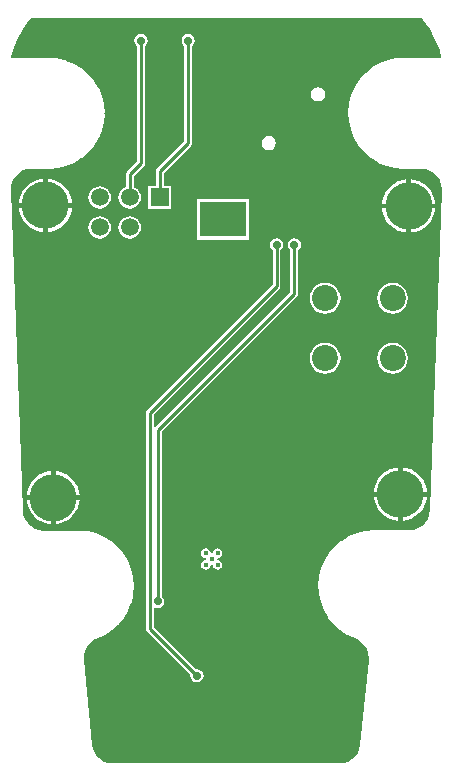
<source format=gbl>
G04*
G04 #@! TF.GenerationSoftware,Altium Limited,Altium Designer,25.2.1 (25)*
G04*
G04 Layer_Physical_Order=2*
G04 Layer_Color=16711680*
%FSLAX44Y44*%
%MOMM*%
G71*
G04*
G04 #@! TF.SameCoordinates,8C29F912-5D16-4966-89D4-FD56EA257BD5*
G04*
G04*
G04 #@! TF.FilePolarity,Positive*
G04*
G01*
G75*
%ADD16C,0.2540*%
%ADD70C,4.0000*%
%ADD71R,4.0000X3.0000*%
%ADD72C,2.2000*%
%ADD73C,1.5000*%
%ADD74R,1.5000X1.5000*%
%ADD75C,0.7000*%
%ADD76C,0.4000*%
G36*
X279277Y624314D02*
X284779Y616094D01*
X289404Y607352D01*
X293104Y598179D01*
X294603Y592972D01*
X293839Y591957D01*
X264091D01*
X264029Y591945D01*
X263967Y591954D01*
X256957Y591629D01*
X256749Y591578D01*
X256536Y591576D01*
X249664Y590148D01*
X249468Y590064D01*
X249257Y590029D01*
X242698Y587531D01*
X242517Y587418D01*
X242315Y587349D01*
X236233Y583847D01*
X236072Y583707D01*
X235883Y583607D01*
X230431Y579187D01*
X230295Y579023D01*
X230124Y578895D01*
X225439Y573669D01*
X225330Y573485D01*
X225182Y573331D01*
X221383Y567431D01*
X221304Y567232D01*
X221182Y567057D01*
X218362Y560630D01*
X218316Y560421D01*
X218223Y560229D01*
X216455Y553438D01*
X216443Y553224D01*
X216381Y553020D01*
X215709Y546034D01*
X215731Y545821D01*
X215702Y545609D01*
X216143Y538605D01*
X216197Y538399D01*
X216203Y538185D01*
X217745Y531339D01*
X217832Y531143D01*
X217871Y530933D01*
X220476Y524416D01*
X220592Y524237D01*
X220664Y524036D01*
X224267Y518013D01*
X224410Y517854D01*
X224513Y517667D01*
X229022Y512290D01*
X229189Y512156D01*
X229320Y511987D01*
X234622Y507389D01*
X234808Y507283D01*
X234964Y507137D01*
X240926Y503436D01*
X241126Y503361D01*
X241303Y503242D01*
X247776Y500529D01*
X247986Y500486D01*
X248180Y500396D01*
X255000Y498741D01*
X255213Y498732D01*
X255418Y498674D01*
X262415Y498118D01*
X262521Y498130D01*
X262627Y498110D01*
X277611D01*
X281613Y497658D01*
X285271Y496379D01*
X288552Y494316D01*
X291293Y491576D01*
X293354Y488295D01*
X294634Y484637D01*
X295082Y480661D01*
X295072Y480112D01*
X284904Y208803D01*
X284328Y204914D01*
X282974Y201381D01*
X280884Y198227D01*
X278160Y195602D01*
X274929Y193632D01*
X271348Y192411D01*
X267440Y191981D01*
X237481D01*
X237378Y191961D01*
X237273Y191973D01*
X230399Y191438D01*
X230197Y191381D01*
X229988Y191374D01*
X223279Y189780D01*
X223089Y189693D01*
X222883Y189653D01*
X216502Y187040D01*
X216328Y186925D01*
X216131Y186854D01*
X210231Y183284D01*
X210077Y183143D01*
X209893Y183042D01*
X204617Y178603D01*
X204487Y178439D01*
X204321Y178311D01*
X199796Y173108D01*
X199692Y172927D01*
X199548Y172775D01*
X195883Y166934D01*
X195809Y166738D01*
X195690Y166566D01*
X192974Y160228D01*
X192930Y160023D01*
X192840Y159835D01*
X191137Y153152D01*
X191126Y152943D01*
X191066Y152743D01*
X190419Y145878D01*
X190440Y145670D01*
X190412Y145463D01*
X190835Y138580D01*
X190888Y138378D01*
X190893Y138169D01*
X192376Y131435D01*
X192460Y131243D01*
X192497Y131037D01*
X195005Y124614D01*
X195118Y124437D01*
X195186Y124240D01*
X198658Y118282D01*
X198797Y118125D01*
X198895Y117940D01*
X203248Y112593D01*
X203409Y112459D01*
X203534Y112292D01*
X208662Y107682D01*
X208842Y107575D01*
X208992Y107429D01*
X214772Y103669D01*
X214966Y103592D01*
X215137Y103470D01*
X221399Y100664D01*
X224806Y99036D01*
X227619Y96896D01*
X229939Y94229D01*
X231669Y91147D01*
X232736Y87778D01*
X233104Y84191D01*
X233021Y82501D01*
X225928Y10391D01*
X225166Y6693D01*
X223705Y3364D01*
X221581Y414D01*
X218888Y-2027D01*
X215744Y-3852D01*
X212288Y-4980D01*
X208533Y-5377D01*
X16429D01*
X12673Y-4980D01*
X9218Y-3852D01*
X6074Y-2027D01*
X3381Y414D01*
X1257Y3364D01*
X-204Y6693D01*
X-966Y10391D01*
X-8052Y82427D01*
X-8004Y86388D01*
X-7123Y90098D01*
X-5451Y93525D01*
X-3070Y96503D01*
X-94Y98887D01*
X3557Y100672D01*
X9703Y103424D01*
X9871Y103544D01*
X10063Y103620D01*
X15754Y107302D01*
X15902Y107446D01*
X16080Y107550D01*
X21142Y112059D01*
X21266Y112224D01*
X21426Y112354D01*
X25741Y117583D01*
X25838Y117764D01*
X25977Y117918D01*
X29442Y123744D01*
X29511Y123938D01*
X29624Y124111D01*
X32159Y130398D01*
X32197Y130601D01*
X32282Y130789D01*
X33827Y137389D01*
X33834Y137596D01*
X33890Y137794D01*
X34409Y144553D01*
X34384Y144760D01*
X34409Y144968D01*
X33863Y151892D01*
X33806Y152095D01*
X33798Y152306D01*
X32177Y159059D01*
X32088Y159251D01*
X32047Y159459D01*
X29389Y165875D01*
X29272Y166051D01*
X29198Y166250D01*
X25570Y172171D01*
X25426Y172327D01*
X25323Y172511D01*
X20812Y177792D01*
X20646Y177923D01*
X20515Y178089D01*
X15234Y182600D01*
X15050Y182703D01*
X14894Y182847D01*
X8973Y186475D01*
X8774Y186548D01*
X8598Y186666D01*
X2182Y189324D01*
X1975Y189365D01*
X1783Y189454D01*
X-4971Y191075D01*
X-5182Y191083D01*
X-5386Y191141D01*
X-12309Y191685D01*
X-12415Y191673D01*
X-12519Y191694D01*
X-42333D01*
X-46241Y192123D01*
X-49822Y193345D01*
X-53052Y195315D01*
X-55777Y197939D01*
X-57867Y201094D01*
X-59221Y204627D01*
X-59797Y208516D01*
X-69964Y480005D01*
X-69736Y483607D01*
X-68830Y486961D01*
X-67272Y490065D01*
X-65125Y492797D01*
X-62476Y495044D01*
X-59431Y496717D01*
X-56114Y497749D01*
X-52523Y498111D01*
X-37532D01*
X-37428Y498132D01*
X-37322Y498120D01*
X-30398Y498665D01*
X-30195Y498722D01*
X-29984Y498731D01*
X-23231Y500351D01*
X-23038Y500440D01*
X-22831Y500481D01*
X-16414Y503139D01*
X-16239Y503257D01*
X-16040Y503330D01*
X-10119Y506959D01*
X-9964Y507102D01*
X-9779Y507205D01*
X-4498Y511716D01*
X-4367Y511882D01*
X-4201Y512013D01*
X310Y517294D01*
X413Y517478D01*
X556Y517634D01*
X4185Y523555D01*
X4259Y523754D01*
X4376Y523930D01*
X7034Y530346D01*
X7075Y530554D01*
X7164Y530746D01*
X8785Y537499D01*
X8793Y537710D01*
X8850Y537914D01*
X9396Y544837D01*
X9371Y545047D01*
X9396Y545257D01*
X8850Y552182D01*
X8793Y552385D01*
X8785Y552596D01*
X7164Y559349D01*
X7075Y559541D01*
X7034Y559749D01*
X4376Y566165D01*
X4259Y566341D01*
X4185Y566539D01*
X556Y572461D01*
X413Y572616D01*
X310Y572801D01*
X-4201Y578082D01*
X-4367Y578213D01*
X-4498Y578379D01*
X-9779Y582890D01*
X-9964Y582993D01*
X-10119Y583136D01*
X-16040Y586765D01*
X-16239Y586838D01*
X-16414Y586956D01*
X-22831Y589613D01*
X-23038Y589655D01*
X-23230Y589743D01*
X-29984Y591365D01*
X-30195Y591373D01*
X-30399Y591431D01*
X-37322Y591975D01*
X-37451Y591960D01*
X-37578Y591983D01*
X-39085Y591957D01*
X-68810D01*
X-69574Y592972D01*
X-68076Y598179D01*
X-64376Y607352D01*
X-59750Y616094D01*
X-54248Y624314D01*
X-53160Y625624D01*
X-53118Y625628D01*
X278185D01*
X279277Y624314D01*
D02*
G37*
%LPC*%
G36*
X190164Y567279D02*
X187823Y566814D01*
X185838Y565488D01*
X184512Y563503D01*
X184046Y561162D01*
X184512Y558821D01*
X185838Y556836D01*
X187823Y555510D01*
X190164Y555044D01*
X192505Y555510D01*
X194490Y556836D01*
X195816Y558821D01*
X196282Y561162D01*
X195816Y563503D01*
X194490Y565488D01*
X192505Y566814D01*
X190164Y567279D01*
D02*
G37*
G36*
X148508Y525877D02*
X146167Y525412D01*
X144182Y524086D01*
X142856Y522101D01*
X142390Y519760D01*
X142856Y517419D01*
X144182Y515434D01*
X146167Y514108D01*
X148508Y513642D01*
X150849Y514108D01*
X152834Y515434D01*
X154160Y517419D01*
X154626Y519760D01*
X154160Y522101D01*
X152834Y524086D01*
X150849Y525412D01*
X148508Y525877D01*
D02*
G37*
G36*
X-38640Y489558D02*
Y469106D01*
X-18188D01*
X-18426Y471525D01*
X-19715Y475773D01*
X-21808Y479689D01*
X-24625Y483121D01*
X-28057Y485938D01*
X-31973Y488031D01*
X-36221Y489320D01*
X-38640Y489558D01*
D02*
G37*
G36*
X-42640D02*
X-45059Y489320D01*
X-49307Y488031D01*
X-53223Y485938D01*
X-56655Y483121D01*
X-59472Y479689D01*
X-61565Y475773D01*
X-62854Y471525D01*
X-63092Y469106D01*
X-42640D01*
Y489558D01*
D02*
G37*
G36*
X268954Y489050D02*
Y468598D01*
X289406D01*
X289168Y471017D01*
X287879Y475265D01*
X285786Y479181D01*
X282969Y482613D01*
X279537Y485430D01*
X275621Y487523D01*
X271373Y488812D01*
X268954Y489050D01*
D02*
G37*
G36*
X264954D02*
X262535Y488812D01*
X258287Y487523D01*
X254371Y485430D01*
X250939Y482613D01*
X248122Y479181D01*
X246029Y475265D01*
X244740Y471017D01*
X244502Y468598D01*
X264954D01*
Y489050D01*
D02*
G37*
G36*
X80220Y612160D02*
X78074Y611733D01*
X76255Y610517D01*
X75039Y608698D01*
X74612Y606552D01*
X75039Y604406D01*
X76255Y602587D01*
X76886Y602165D01*
Y521445D01*
X53726Y498285D01*
X53003Y497203D01*
X52749Y495927D01*
Y483260D01*
X46583D01*
Y464260D01*
X65584D01*
Y483260D01*
X59418D01*
Y494546D01*
X82577Y517706D01*
X83300Y518788D01*
X83554Y520064D01*
Y602165D01*
X84185Y602587D01*
X85401Y604406D01*
X85828Y606552D01*
X85401Y608698D01*
X84185Y610517D01*
X82366Y611733D01*
X80220Y612160D01*
D02*
G37*
G36*
X40220D02*
X38074Y611733D01*
X36255Y610517D01*
X35039Y608698D01*
X34612Y606552D01*
X35039Y604406D01*
X36255Y602587D01*
X36886Y602165D01*
Y504249D01*
X28326Y495689D01*
X27603Y494607D01*
X27349Y493331D01*
Y482662D01*
X25893Y482059D01*
X23908Y480536D01*
X22385Y478551D01*
X21428Y476241D01*
X21102Y473760D01*
X21428Y471281D01*
X22385Y468969D01*
X23908Y466985D01*
X25893Y465462D01*
X28203Y464505D01*
X30684Y464179D01*
X33163Y464505D01*
X35475Y465462D01*
X37459Y466985D01*
X38982Y468969D01*
X39939Y471281D01*
X40265Y473760D01*
X39939Y476241D01*
X38982Y478551D01*
X37459Y480536D01*
X35475Y482059D01*
X34018Y482662D01*
Y491950D01*
X42578Y500510D01*
X43300Y501592D01*
X43554Y502868D01*
Y602165D01*
X44185Y602587D01*
X45401Y604406D01*
X45828Y606552D01*
X45401Y608698D01*
X44185Y610517D01*
X42366Y611733D01*
X40220Y612160D01*
D02*
G37*
G36*
X5283Y483343D02*
X2803Y483016D01*
X492Y482059D01*
X-1492Y480536D01*
X-3015Y478551D01*
X-3972Y476241D01*
X-4298Y473760D01*
X-3972Y471281D01*
X-3015Y468969D01*
X-1492Y466985D01*
X492Y465462D01*
X2803Y464505D01*
X5283Y464179D01*
X7764Y464505D01*
X10074Y465462D01*
X12059Y466985D01*
X13582Y468969D01*
X14539Y471281D01*
X14865Y473760D01*
X14539Y476241D01*
X13582Y478551D01*
X12059Y480536D01*
X10074Y482059D01*
X7764Y483016D01*
X5283Y483343D01*
D02*
G37*
G36*
X-18188Y465106D02*
X-38640D01*
Y444654D01*
X-36221Y444892D01*
X-31973Y446181D01*
X-28057Y448274D01*
X-24625Y451091D01*
X-21808Y454523D01*
X-19715Y458439D01*
X-18426Y462687D01*
X-18188Y465106D01*
D02*
G37*
G36*
X-42640D02*
X-63092D01*
X-62854Y462687D01*
X-61565Y458439D01*
X-59472Y454523D01*
X-56655Y451091D01*
X-53223Y448274D01*
X-49307Y446181D01*
X-45059Y444892D01*
X-42640Y444654D01*
Y465106D01*
D02*
G37*
G36*
X289406Y464598D02*
X268954D01*
Y444146D01*
X271373Y444384D01*
X275621Y445673D01*
X279537Y447766D01*
X282969Y450583D01*
X285786Y454015D01*
X287879Y457931D01*
X289168Y462179D01*
X289406Y464598D01*
D02*
G37*
G36*
X264954D02*
X244502D01*
X244740Y462179D01*
X246029Y457931D01*
X248122Y454015D01*
X250939Y450583D01*
X254371Y447766D01*
X258287Y445673D01*
X262535Y444384D01*
X264954Y444146D01*
Y464598D01*
D02*
G37*
G36*
X30684Y457943D02*
X28203Y457616D01*
X25893Y456659D01*
X23908Y455136D01*
X22385Y453152D01*
X21428Y450840D01*
X21102Y448360D01*
X21428Y445881D01*
X22385Y443569D01*
X23908Y441585D01*
X25893Y440062D01*
X28203Y439105D01*
X30684Y438779D01*
X33163Y439105D01*
X35475Y440062D01*
X37459Y441585D01*
X38982Y443569D01*
X39939Y445881D01*
X40265Y448360D01*
X39939Y450840D01*
X38982Y453152D01*
X37459Y455136D01*
X35475Y456659D01*
X33163Y457616D01*
X30684Y457943D01*
D02*
G37*
G36*
X5283D02*
X2803Y457616D01*
X492Y456659D01*
X-1492Y455136D01*
X-3015Y453152D01*
X-3972Y450840D01*
X-4298Y448360D01*
X-3972Y445881D01*
X-3015Y443569D01*
X-1492Y441585D01*
X492Y440062D01*
X2803Y439105D01*
X5283Y438779D01*
X7764Y439105D01*
X10074Y440062D01*
X12059Y441585D01*
X13582Y443569D01*
X14539Y445881D01*
X14865Y448360D01*
X14539Y450840D01*
X13582Y453152D01*
X12059Y455136D01*
X10074Y456659D01*
X7764Y457616D01*
X5283Y457943D01*
D02*
G37*
G36*
X131878Y472136D02*
X87878D01*
Y438136D01*
X131878D01*
Y472136D01*
D02*
G37*
G36*
X253238Y401478D02*
X249844Y401031D01*
X246682Y399721D01*
X243966Y397638D01*
X241882Y394922D01*
X240573Y391760D01*
X240126Y388366D01*
X240573Y384972D01*
X241882Y381810D01*
X243966Y379094D01*
X246682Y377010D01*
X249844Y375701D01*
X253238Y375254D01*
X256632Y375701D01*
X259794Y377010D01*
X262510Y379094D01*
X264594Y381810D01*
X265903Y384972D01*
X266350Y388366D01*
X265903Y391760D01*
X264594Y394922D01*
X262510Y397638D01*
X259794Y399721D01*
X256632Y401031D01*
X253238Y401478D01*
D02*
G37*
G36*
X196088D02*
X192694Y401031D01*
X189532Y399721D01*
X186816Y397638D01*
X184732Y394922D01*
X183423Y391760D01*
X182976Y388366D01*
X183423Y384972D01*
X184732Y381810D01*
X186816Y379094D01*
X189532Y377010D01*
X192694Y375701D01*
X196088Y375254D01*
X199482Y375701D01*
X202644Y377010D01*
X205360Y379094D01*
X207444Y381810D01*
X208753Y384972D01*
X209200Y388366D01*
X208753Y391760D01*
X207444Y394922D01*
X205360Y397638D01*
X202644Y399721D01*
X199482Y401031D01*
X196088Y401478D01*
D02*
G37*
G36*
X253238Y350678D02*
X249844Y350231D01*
X246682Y348922D01*
X243966Y346838D01*
X241882Y344122D01*
X240573Y340960D01*
X240126Y337566D01*
X240573Y334172D01*
X241882Y331010D01*
X243966Y328294D01*
X246682Y326211D01*
X249844Y324901D01*
X253238Y324454D01*
X256632Y324901D01*
X259794Y326211D01*
X262510Y328294D01*
X264594Y331010D01*
X265903Y334172D01*
X266350Y337566D01*
X265903Y340960D01*
X264594Y344122D01*
X262510Y346838D01*
X259794Y348922D01*
X256632Y350231D01*
X253238Y350678D01*
D02*
G37*
G36*
X196088D02*
X192694Y350231D01*
X189532Y348922D01*
X186816Y346838D01*
X184732Y344122D01*
X183423Y340960D01*
X182976Y337566D01*
X183423Y334172D01*
X184732Y331010D01*
X186816Y328294D01*
X189532Y326211D01*
X192694Y324901D01*
X196088Y324454D01*
X199482Y324901D01*
X202644Y326211D01*
X205360Y328294D01*
X207444Y331010D01*
X208753Y334172D01*
X209200Y337566D01*
X208753Y340960D01*
X207444Y344122D01*
X205360Y346838D01*
X202644Y348922D01*
X199482Y350231D01*
X196088Y350678D01*
D02*
G37*
G36*
X170180Y439186D02*
X168034Y438759D01*
X166215Y437543D01*
X164999Y435724D01*
X164572Y433578D01*
X164999Y431432D01*
X166215Y429613D01*
X166846Y429191D01*
Y393771D01*
X52351Y279276D01*
X51592Y279438D01*
X51081Y279756D01*
Y289997D01*
X157390Y396306D01*
X158113Y397388D01*
X158367Y398664D01*
Y429191D01*
X158998Y429613D01*
X160214Y431432D01*
X160641Y433578D01*
X160214Y435724D01*
X158998Y437543D01*
X157179Y438759D01*
X155033Y439186D01*
X152887Y438759D01*
X151068Y437543D01*
X149852Y435724D01*
X149425Y433578D01*
X149852Y431432D01*
X151068Y429613D01*
X151699Y429191D01*
Y400045D01*
X45389Y293736D01*
X44667Y292654D01*
X44413Y291378D01*
Y108706D01*
X44667Y107430D01*
X45389Y106348D01*
X82170Y69567D01*
X82022Y68822D01*
X82449Y66677D01*
X83665Y64857D01*
X85484Y63642D01*
X87630Y63215D01*
X89776Y63642D01*
X91595Y64857D01*
X92811Y66677D01*
X93238Y68822D01*
X92811Y70968D01*
X91595Y72788D01*
X89776Y74003D01*
X87630Y74430D01*
X86885Y74282D01*
X51081Y110087D01*
Y126057D01*
X52201Y126656D01*
X52371Y126542D01*
X54517Y126115D01*
X56663Y126542D01*
X58482Y127758D01*
X59698Y129577D01*
X60125Y131723D01*
X59698Y133869D01*
X58482Y135688D01*
X57851Y136110D01*
Y275346D01*
X172537Y390032D01*
X173260Y391114D01*
X173514Y392390D01*
Y429191D01*
X174145Y429613D01*
X175361Y431432D01*
X175788Y433578D01*
X175361Y435724D01*
X174145Y437543D01*
X172326Y438759D01*
X170180Y439186D01*
D02*
G37*
G36*
X261842Y244956D02*
Y224504D01*
X282294D01*
X282056Y226923D01*
X280767Y231171D01*
X278674Y235087D01*
X275857Y238519D01*
X272425Y241336D01*
X268509Y243429D01*
X264261Y244718D01*
X261842Y244956D01*
D02*
G37*
G36*
X257842D02*
X255423Y244718D01*
X251175Y243429D01*
X247259Y241336D01*
X243827Y238519D01*
X241010Y235087D01*
X238917Y231171D01*
X237628Y226923D01*
X237390Y224504D01*
X257842D01*
Y244956D01*
D02*
G37*
G36*
X-32036Y242162D02*
Y221710D01*
X-11584D01*
X-11822Y224129D01*
X-13111Y228377D01*
X-15204Y232293D01*
X-18021Y235725D01*
X-21453Y238542D01*
X-25369Y240635D01*
X-29617Y241924D01*
X-32036Y242162D01*
D02*
G37*
G36*
X-36036D02*
X-38455Y241924D01*
X-42703Y240635D01*
X-46619Y238542D01*
X-50051Y235725D01*
X-52868Y232293D01*
X-54961Y228377D01*
X-56250Y224129D01*
X-56488Y221710D01*
X-36036D01*
Y242162D01*
D02*
G37*
G36*
X282294Y220504D02*
X261842D01*
Y200052D01*
X264261Y200290D01*
X268509Y201579D01*
X272425Y203672D01*
X275857Y206489D01*
X278674Y209921D01*
X280767Y213837D01*
X282056Y218085D01*
X282294Y220504D01*
D02*
G37*
G36*
X257842D02*
X237390D01*
X237628Y218085D01*
X238917Y213837D01*
X241010Y209921D01*
X243827Y206489D01*
X247259Y203672D01*
X251175Y201579D01*
X255423Y200290D01*
X257842Y200052D01*
Y220504D01*
D02*
G37*
G36*
X-11584Y217710D02*
X-32036D01*
Y197258D01*
X-29617Y197496D01*
X-25369Y198785D01*
X-21453Y200878D01*
X-18021Y203695D01*
X-15204Y207127D01*
X-13111Y211043D01*
X-11822Y215291D01*
X-11584Y217710D01*
D02*
G37*
G36*
X-36036D02*
X-56488D01*
X-56250Y215291D01*
X-54961Y211043D01*
X-52868Y207127D01*
X-50051Y203695D01*
X-46619Y200878D01*
X-42703Y198785D01*
X-38455Y197496D01*
X-36036Y197258D01*
Y217710D01*
D02*
G37*
G36*
X105148Y176717D02*
X103587Y176406D01*
X102264Y175522D01*
X101380Y174199D01*
X101150Y173043D01*
X100148Y172500D01*
X99146Y173043D01*
X98916Y174199D01*
X98032Y175522D01*
X96709Y176406D01*
X95148Y176717D01*
X93587Y176406D01*
X92264Y175522D01*
X91380Y174199D01*
X91069Y172638D01*
X91380Y171077D01*
X92264Y169754D01*
X93587Y168870D01*
X95148Y168560D01*
X95275Y167638D01*
X95148Y166717D01*
X93587Y166406D01*
X92264Y165522D01*
X91380Y164199D01*
X91069Y162638D01*
X91380Y161077D01*
X92264Y159754D01*
X93587Y158870D01*
X95148Y158560D01*
X96709Y158870D01*
X98032Y159754D01*
X98916Y161077D01*
X99144Y162223D01*
X100148Y162775D01*
X101152Y162223D01*
X101380Y161077D01*
X102264Y159754D01*
X103587Y158870D01*
X105148Y158560D01*
X106709Y158870D01*
X108032Y159754D01*
X108916Y161077D01*
X109226Y162638D01*
X108916Y164199D01*
X108032Y165522D01*
X106709Y166406D01*
X105148Y166717D01*
X105118Y166711D01*
X104457Y167372D01*
X104299Y167638D01*
X104457Y167904D01*
X105118Y168566D01*
X105148Y168560D01*
X106709Y168870D01*
X108032Y169754D01*
X108916Y171077D01*
X109226Y172638D01*
X108916Y174199D01*
X108032Y175522D01*
X106709Y176406D01*
X105148Y176717D01*
D02*
G37*
%LPD*%
D16*
X47747Y291378D02*
X155033Y398664D01*
X47747Y108706D02*
Y291378D01*
Y108706D02*
X87630Y68823D01*
X54517Y276727D02*
X170180Y392390D01*
X54517Y131723D02*
Y276727D01*
X155033Y398664D02*
Y433578D01*
X87630Y68822D02*
Y68823D01*
X170180Y392390D02*
Y433578D01*
X56083Y473760D02*
Y495927D01*
X80220Y520064D02*
Y606552D01*
X56083Y495927D02*
X80220Y520064D01*
X40220Y502868D02*
Y606552D01*
X30684Y493331D02*
X40220Y502868D01*
X30684Y473760D02*
Y493331D01*
D70*
X259842Y222504D02*
D03*
X-34036Y219710D02*
D03*
X266954Y466598D02*
D03*
X-40640Y467106D02*
D03*
D71*
X109878Y455136D02*
D03*
Y405606D02*
D03*
D72*
X196088Y388366D02*
D03*
Y337566D02*
D03*
X253238Y388366D02*
D03*
Y337566D02*
D03*
X196088Y362966D02*
D03*
D73*
X5283Y448360D02*
D03*
Y473760D02*
D03*
X30684Y448360D02*
D03*
Y473760D02*
D03*
X56083Y448360D02*
D03*
D74*
Y473760D02*
D03*
D75*
X54517Y131723D02*
D03*
X87630Y68822D02*
D03*
X170180Y433578D02*
D03*
X155033D02*
D03*
X274563Y621993D02*
D03*
X247736Y621869D02*
D03*
X212121Y622078D02*
D03*
X221002Y622095D02*
D03*
X230150Y621997D02*
D03*
X167416Y621970D02*
D03*
X176125Y621872D02*
D03*
X158268Y622068D02*
D03*
X149559Y622166D02*
D03*
X185404Y621944D02*
D03*
X114213Y622077D02*
D03*
X122921Y621979D02*
D03*
X132070Y621881D02*
D03*
X-22040Y622134D02*
D03*
X-48619Y622133D02*
D03*
X-30763Y621937D02*
D03*
X-39471Y622035D02*
D03*
X-3936Y622061D02*
D03*
X4772Y621964D02*
D03*
X-13084Y622159D02*
D03*
X265535Y622077D02*
D03*
X256827Y622175D02*
D03*
X203198Y622061D02*
D03*
X194490Y622159D02*
D03*
X238733Y622088D02*
D03*
X140527Y622159D02*
D03*
X40220Y606552D02*
D03*
X80220D02*
D03*
D76*
X105148Y162638D02*
D03*
Y172638D02*
D03*
X100148Y167638D02*
D03*
X95148Y162638D02*
D03*
Y172638D02*
D03*
M02*

</source>
